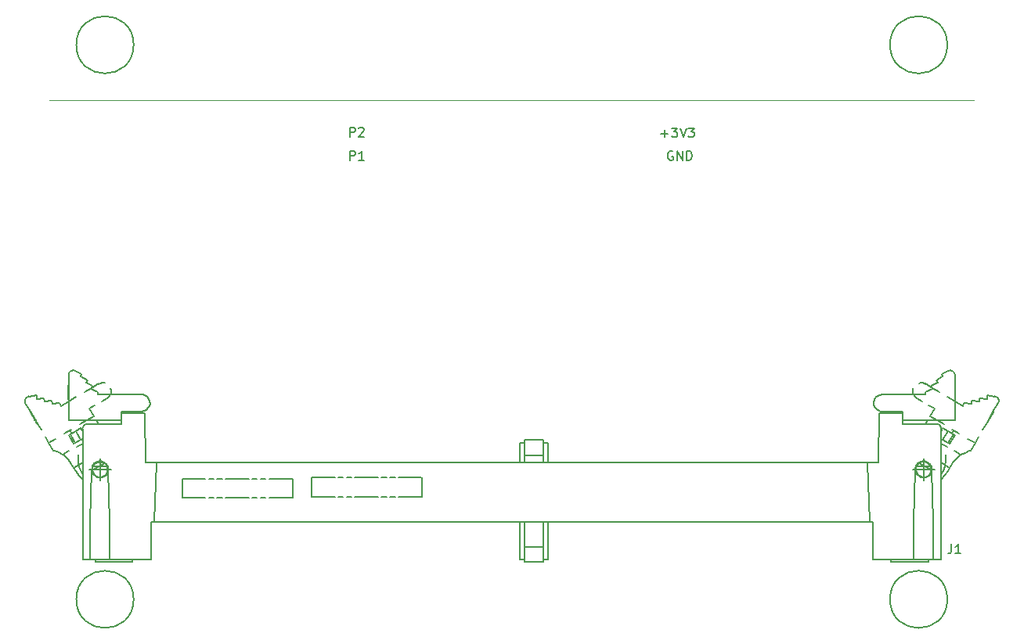
<source format=gbr>
G04 #@! TF.GenerationSoftware,KiCad,Pcbnew,5.0.2-bee76a0~70~ubuntu18.04.1*
G04 #@! TF.CreationDate,2020-07-02T17:28:08+02:00*
G04 #@! TF.ProjectId,ModulAdapter,4d6f6475-6c41-4646-9170-7465722e6b69,rev?*
G04 #@! TF.SameCoordinates,Original*
G04 #@! TF.FileFunction,Legend,Top*
G04 #@! TF.FilePolarity,Positive*
%FSLAX46Y46*%
G04 Gerber Fmt 4.6, Leading zero omitted, Abs format (unit mm)*
G04 Created by KiCad (PCBNEW 5.0.2-bee76a0~70~ubuntu18.04.1) date Do 02 Jul 2020 17:28:08 CEST*
%MOMM*%
%LPD*%
G01*
G04 APERTURE LIST*
%ADD10C,0.100000*%
%ADD11C,0.150000*%
G04 APERTURE END LIST*
D10*
X50000000Y-80000000D02*
X150000000Y-80000000D01*
D11*
G04 #@! TO.C,J1*
X143824978Y-119500400D02*
X143761378Y-119595600D01*
X144047398Y-119278320D02*
X143824978Y-119500400D01*
X145350108Y-119785940D02*
X145286508Y-119595580D01*
X145350108Y-120008040D02*
X145350108Y-119785940D01*
X144142718Y-119214830D02*
X144047418Y-119278330D01*
X144365138Y-119119630D02*
X144142718Y-119214830D01*
X144619328Y-119119630D02*
X144365138Y-119119630D01*
X144873508Y-119183130D02*
X144619328Y-119119630D01*
X145095928Y-119341770D02*
X144873508Y-119183130D01*
X145286568Y-119595580D02*
X145095928Y-119341770D01*
X145318338Y-120230150D02*
X145381938Y-120008060D01*
X145191248Y-120452240D02*
X145318338Y-120230150D01*
X144937058Y-120674330D02*
X145191248Y-120452240D01*
X144682868Y-120769530D02*
X144937058Y-120674330D01*
X144460458Y-120801230D02*
X144682868Y-120769530D01*
X144206268Y-120706030D02*
X144460458Y-120801230D01*
X143952078Y-120547390D02*
X144206268Y-120706030D01*
X143761438Y-120325300D02*
X143952078Y-120547390D01*
X143697838Y-120071490D02*
X143761438Y-120325300D01*
X143697838Y-119817680D02*
X143697838Y-120071490D01*
X143761438Y-119595580D02*
X143697838Y-119817680D01*
X145381888Y-120008040D02*
X144047398Y-119246590D01*
X53588427Y-115375870D02*
X53556677Y-115534500D01*
X53683747Y-115217230D02*
X53588427Y-115375870D01*
X53874388Y-115058600D02*
X53683747Y-115217230D01*
X54065028Y-115026900D02*
X53874388Y-115058600D01*
X56352744Y-120008020D02*
X56352716Y-119944580D01*
X56289174Y-120261830D02*
X56352744Y-120008020D01*
X56162075Y-120515650D02*
X56289174Y-120261830D01*
X55907893Y-120706010D02*
X56162075Y-120515650D01*
X55685473Y-120801210D02*
X55907893Y-120706010D01*
X55431291Y-120832910D02*
X55685473Y-120801210D01*
X55177101Y-120801210D02*
X55431291Y-120832910D01*
X54954689Y-120642570D02*
X55177101Y-120801210D01*
X54732270Y-120420480D02*
X54954689Y-120642570D01*
X54605179Y-120198400D02*
X54732270Y-120420480D01*
X54605222Y-119944640D02*
X54605179Y-120198400D01*
X54605222Y-119881140D02*
X54605222Y-119944640D01*
X54636972Y-119627330D02*
X54605222Y-119881140D01*
X54764070Y-119373520D02*
X54636972Y-119627330D01*
X55018253Y-119183150D02*
X54764070Y-119373520D01*
X55272443Y-119087950D02*
X55018253Y-119183150D01*
X55494854Y-119056250D02*
X55272443Y-119087950D01*
X55749044Y-119087950D02*
X55494854Y-119056250D01*
X56003234Y-119246590D02*
X55749044Y-119087950D01*
X56225646Y-119468680D02*
X56003234Y-119246590D01*
X56320966Y-119690760D02*
X56225646Y-119468680D01*
X56352716Y-119944580D02*
X56320966Y-119690760D01*
X146080868Y-115058620D02*
X145922008Y-115026920D01*
X146271508Y-115153820D02*
X146080868Y-115058620D01*
X146398608Y-115344180D02*
X146271508Y-115153820D01*
X146430408Y-115534540D02*
X146398608Y-115344180D01*
X145413718Y-120008020D02*
X145413658Y-119944580D01*
X145350118Y-120261830D02*
X145413718Y-120008020D01*
X145223028Y-120515650D02*
X145350118Y-120261830D01*
X144968838Y-120706010D02*
X145223028Y-120515650D01*
X144746418Y-120801210D02*
X144968838Y-120706010D01*
X144492228Y-120832910D02*
X144746418Y-120801210D01*
X144238038Y-120801210D02*
X144492228Y-120832910D01*
X144015628Y-120642570D02*
X144238038Y-120801210D01*
X143761438Y-120420480D02*
X144015628Y-120642570D01*
X143666138Y-120198400D02*
X143761438Y-120420480D01*
X143634388Y-119944640D02*
X143666138Y-120198400D01*
X143634388Y-119881140D02*
X143634388Y-119944640D01*
X143697988Y-119627330D02*
X143634388Y-119881140D01*
X143825078Y-119373520D02*
X143697988Y-119627330D01*
X144079268Y-119183150D02*
X143825078Y-119373520D01*
X144333458Y-119087950D02*
X144079268Y-119183150D01*
X144555868Y-119056250D02*
X144333458Y-119087950D01*
X144810058Y-119087950D02*
X144555868Y-119056250D01*
X145064248Y-119246590D02*
X144810058Y-119087950D01*
X145286658Y-119468680D02*
X145064248Y-119246590D01*
X145381958Y-119690760D02*
X145286658Y-119468680D01*
X145413658Y-119944580D02*
X145381958Y-119690760D01*
X137629158Y-125623700D02*
X137597458Y-125623700D01*
X138677688Y-125623700D02*
X139027198Y-125623700D01*
X137629158Y-125623700D02*
X137851578Y-125623700D01*
X137629158Y-125623700D02*
X137629158Y-125623700D01*
X138677688Y-125623700D02*
X137851578Y-125623700D01*
X138677688Y-125623700D02*
X138455278Y-119151410D01*
X137438518Y-125623700D02*
X137597388Y-125623700D01*
X137247878Y-125623700D02*
X137438518Y-125623700D01*
X137025468Y-125623700D02*
X137247878Y-125623700D01*
X136834828Y-125623700D02*
X137025468Y-125623700D01*
X136644188Y-125623700D02*
X136834828Y-125623700D01*
X136453548Y-125623700D02*
X136644188Y-125623700D01*
X136231138Y-125623700D02*
X136453548Y-125623700D01*
X136040498Y-125623700D02*
X136231138Y-125623700D01*
X135849858Y-125623700D02*
X136040498Y-125623700D01*
X135849858Y-125623700D02*
X135659218Y-125623700D01*
X146430408Y-115534540D02*
X146430408Y-129653020D01*
X143443698Y-125623700D02*
X143634338Y-119912860D01*
X145413658Y-119912860D02*
X145604298Y-125623700D01*
X60324397Y-113853010D02*
X57750749Y-113853010D01*
X60356168Y-119151410D02*
X61563561Y-119151410D01*
X54414539Y-125623700D02*
X54573408Y-119912860D01*
X101343908Y-129653020D02*
X100899076Y-129653020D01*
X101375678Y-129653020D02*
X101343908Y-129653020D01*
X103409178Y-129653020D02*
X103440948Y-129653020D01*
X100899076Y-125623700D02*
X100899076Y-129653020D01*
X101343905Y-129653020D02*
X101343905Y-125623700D01*
X56543356Y-129653020D02*
X60959869Y-129653020D01*
X54414539Y-129653020D02*
X53588427Y-129653020D01*
X54414539Y-129653020D02*
X56543356Y-129653020D01*
X54414539Y-129653020D02*
X54414539Y-125623700D01*
X56543356Y-125623700D02*
X56543356Y-129653020D01*
X53588427Y-129653020D02*
X53588427Y-115534540D01*
X60959869Y-125623700D02*
X60959869Y-129653020D01*
X56543356Y-125623700D02*
X56352716Y-119912860D01*
X143443698Y-129653020D02*
X145604298Y-129653020D01*
X143443698Y-129653020D02*
X139027198Y-129653020D01*
X143443698Y-129653020D02*
X143443698Y-125623700D01*
X139027198Y-125623700D02*
X139027198Y-129653020D01*
X54573408Y-115058640D02*
X54446310Y-115058640D01*
X55272421Y-115058640D02*
X54573408Y-115058640D01*
X55876114Y-115058640D02*
X57750749Y-115058640D01*
X54382768Y-115058640D02*
X54446338Y-115058640D01*
X54382768Y-115058640D02*
X54065028Y-115058640D01*
X61341150Y-125623700D02*
X61976614Y-125623700D01*
X61341150Y-125623700D02*
X61563561Y-119151410D01*
X63946569Y-125623700D02*
X64168980Y-125623700D01*
X63946569Y-125623700D02*
X63755928Y-125623700D01*
X64168980Y-125623700D02*
X93877147Y-125623700D01*
X63565288Y-125623700D02*
X63755928Y-125623700D01*
X63342876Y-125623700D02*
X63565288Y-125623700D01*
X63152236Y-125623700D02*
X63342876Y-125623700D01*
X62961595Y-125623700D02*
X62739176Y-125623700D01*
X62961595Y-125623700D02*
X63152236Y-125623700D01*
X62167254Y-125623700D02*
X61976614Y-125623700D01*
X62357895Y-125623700D02*
X62580314Y-125623700D01*
X62357895Y-125623700D02*
X62167254Y-125623700D01*
X62739176Y-125623700D02*
X62580314Y-125623700D01*
X145604298Y-129653020D02*
X146430408Y-129653020D01*
X61341150Y-125623700D02*
X60959869Y-125623700D01*
X145604298Y-125623700D02*
X145604298Y-129653020D01*
X135659218Y-125623700D02*
X106109920Y-125623700D01*
X145604298Y-115058640D02*
X145922028Y-115058640D01*
X142236318Y-115058640D02*
X144142718Y-115058640D01*
X135849858Y-119151410D02*
X106109920Y-119151410D01*
X139630888Y-119151410D02*
X139694488Y-113853010D01*
X138455278Y-119151410D02*
X137851578Y-119151410D01*
X138455278Y-119151410D02*
X139630888Y-119151410D01*
X137247878Y-119151410D02*
X137629158Y-119151410D01*
X136453548Y-119151410D02*
X136040498Y-119151410D01*
X137025468Y-119151410D02*
X136644188Y-119151410D01*
X137247878Y-119151410D02*
X137025468Y-119151410D01*
X137629158Y-119151410D02*
X137851578Y-119151410D01*
X136453548Y-119151410D02*
X136644188Y-119151410D01*
X135849858Y-119151410D02*
X136040498Y-119151410D01*
X57750749Y-114646180D02*
X57750749Y-113853010D01*
X55876114Y-115058640D02*
X55272421Y-115058640D01*
X57750749Y-115058640D02*
X57750749Y-114646180D01*
X64168980Y-119151410D02*
X98706710Y-119151410D01*
X63342876Y-119151410D02*
X62961595Y-119151410D01*
X63565288Y-119151410D02*
X63946569Y-119151410D01*
X61563561Y-119151410D02*
X62167254Y-119151410D01*
X60356168Y-119151410D02*
X60324418Y-113853010D01*
X62357895Y-119151410D02*
X62739176Y-119151410D01*
X62357895Y-119151410D02*
X62167254Y-119151410D01*
X62961595Y-119151410D02*
X62739176Y-119151410D01*
X101343905Y-117089160D02*
X101375675Y-117089160D01*
X63565288Y-119151410D02*
X63342876Y-119151410D01*
X64168980Y-119151410D02*
X63946569Y-119151410D01*
X103440951Y-117089160D02*
X103885779Y-117089160D01*
X103440951Y-117089160D02*
X103409181Y-117089160D01*
X103885779Y-119151410D02*
X103885779Y-117089160D01*
X103440951Y-117089160D02*
X103440951Y-119151410D01*
X101343905Y-117089160D02*
X100899076Y-117089160D01*
X104680115Y-119151410D02*
X104298834Y-119151410D01*
X104902529Y-119151410D02*
X105283810Y-119151410D01*
X104076420Y-119151410D02*
X100708436Y-119151410D01*
X104298834Y-119151410D02*
X104076420Y-119151410D01*
X104680115Y-119151410D02*
X104902529Y-119151410D01*
X101343905Y-117089160D02*
X101343905Y-119151410D01*
X100899076Y-119151410D02*
X100899076Y-117089160D01*
X105887505Y-119151410D02*
X105506224Y-119151410D01*
X105887505Y-119151410D02*
X106109920Y-119151410D01*
X105283810Y-119151410D02*
X105506224Y-119151410D01*
X100104741Y-119151410D02*
X100517795Y-119151410D01*
X99914100Y-119151410D02*
X99501045Y-119151410D01*
X100517795Y-119151410D02*
X100708436Y-119151410D01*
X99914100Y-119151410D02*
X100104741Y-119151410D01*
X98897350Y-119151410D02*
X99310405Y-119151410D01*
X98897350Y-119151410D02*
X98706710Y-119151410D01*
X99310405Y-119151410D02*
X99501045Y-119151410D01*
X94512616Y-125623700D02*
X94321976Y-125623700D01*
X98897350Y-125623700D02*
X98706710Y-125623700D01*
X100104741Y-125623700D02*
X99914100Y-125623700D01*
X100104741Y-125623700D02*
X100295381Y-125623700D01*
X99310405Y-125623700D02*
X99501045Y-125623700D01*
X99310405Y-125623700D02*
X98897350Y-125623700D01*
X99914100Y-125623700D02*
X99501045Y-125623700D01*
X100295381Y-125623700D02*
X100517795Y-125623700D01*
X95656460Y-125623700D02*
X95529366Y-125623700D01*
X95656460Y-125623700D02*
X98706710Y-125623700D01*
X95116311Y-125623700D02*
X95529366Y-125623700D01*
X94925671Y-125623700D02*
X95116311Y-125623700D01*
X94512616Y-125623700D02*
X94925671Y-125623700D01*
X93908921Y-125623700D02*
X93877151Y-125623700D01*
X94321976Y-125623700D02*
X93908921Y-125623700D01*
X100708436Y-125623700D02*
X100517795Y-125623700D01*
X103885779Y-125623700D02*
X100708436Y-125623700D01*
X104680115Y-125623700D02*
X104902529Y-125623700D01*
X104680115Y-125623700D02*
X104489475Y-125623700D01*
X54541630Y-111124500D02*
X55335971Y-110680320D01*
X53588427Y-115851810D02*
X53366015Y-115502810D01*
X53270695Y-115058640D02*
X54033257Y-114646180D01*
X51586701Y-116073890D02*
X52349263Y-115629720D01*
X52571682Y-109220910D02*
X52381042Y-109252610D01*
X52762323Y-109252610D02*
X52571682Y-109220910D01*
X52444583Y-116042170D02*
X52190401Y-115756630D01*
X53429543Y-120198400D02*
X53588405Y-120452210D01*
X53207124Y-119722490D02*
X53429543Y-120198400D01*
X53111804Y-119278320D02*
X53207124Y-119722490D01*
X53080054Y-118802410D02*
X53111804Y-119278320D01*
X54636930Y-119817680D02*
X54636930Y-120039760D01*
X54700500Y-119595580D02*
X54636930Y-119817680D01*
X56066755Y-119341770D02*
X55971435Y-119278270D01*
X56257395Y-119595580D02*
X56066755Y-119341770D01*
X67759381Y-122990370D02*
X67251009Y-122990370D01*
X68712584Y-122990370D02*
X68140662Y-122990370D01*
X52031531Y-111632130D02*
X52063281Y-111632130D01*
X52063302Y-111695580D02*
X52031552Y-111695580D01*
X52031531Y-111727310D02*
X52063281Y-111727310D01*
X52031531Y-111632130D02*
X52031531Y-111695630D01*
X52031531Y-111568670D02*
X52031531Y-111441770D01*
X52031531Y-111727310D02*
X52031531Y-111695610D01*
X52031531Y-111727310D02*
X52031531Y-111759010D01*
X52031531Y-111632130D02*
X52031531Y-111568630D01*
X48504659Y-114646180D02*
X48536430Y-114741380D01*
X48472909Y-114646180D02*
X48504659Y-114646180D01*
X48472909Y-114646180D02*
X48409339Y-114582680D01*
X49457883Y-112583980D02*
X49426133Y-112234940D01*
X50252216Y-112520480D02*
X49457883Y-112583980D01*
X50379315Y-117914060D02*
X50538177Y-117945760D01*
X90254976Y-122926910D02*
X87744875Y-122926910D01*
X72843128Y-120928110D02*
X73383279Y-120928110D01*
X71921703Y-120928110D02*
X72461847Y-120928110D01*
X52031531Y-111251410D02*
X52063281Y-111251410D01*
X52063302Y-111283130D02*
X52031552Y-111283130D01*
X52031531Y-111346590D02*
X52063281Y-111346590D01*
X52031531Y-111251410D02*
X52031531Y-111283110D01*
X52031531Y-111251410D02*
X52031531Y-111219710D01*
X52031531Y-111346590D02*
X52031531Y-111283090D01*
X67251009Y-120928110D02*
X67759381Y-120928110D01*
X64359621Y-120928110D02*
X66869727Y-120928110D01*
X143824978Y-119500400D02*
X143761378Y-119595600D01*
X144047398Y-119278320D02*
X143824978Y-119500400D01*
X145350108Y-119785940D02*
X145286508Y-119595580D01*
X145350108Y-120008040D02*
X145350108Y-119785940D01*
X144142718Y-119214830D02*
X144047418Y-119278330D01*
X144365138Y-119119630D02*
X144142718Y-119214830D01*
X147764848Y-109347790D02*
X147574208Y-109252590D01*
X147891938Y-109538150D02*
X147764848Y-109347790D01*
X147955538Y-109728510D02*
X147891938Y-109538150D01*
X147796668Y-115756630D02*
X147574248Y-116042170D01*
X146938758Y-119056230D02*
X146938758Y-118802410D01*
X146843458Y-119500400D02*
X146938758Y-119056230D01*
X144937058Y-120674330D02*
X145191248Y-120452240D01*
X144682868Y-120769530D02*
X144937058Y-120674330D01*
X144460458Y-120801230D02*
X144682868Y-120769530D01*
X144206268Y-120706030D02*
X144460458Y-120801230D01*
X143952078Y-120547390D02*
X144206268Y-120706030D01*
X143761438Y-120325300D02*
X143952078Y-120547390D01*
X53175375Y-120610850D02*
X53588427Y-121023290D01*
X52825865Y-120134940D02*
X53175375Y-120610850D01*
X56448036Y-112044580D02*
X56575135Y-111854210D01*
X50983008Y-118104420D02*
X50538177Y-117945780D01*
X51427839Y-118358210D02*
X50983008Y-118104420D01*
X51554930Y-118453410D02*
X51427839Y-118358210D01*
X52031531Y-118865870D02*
X51554930Y-118453410D01*
X52349263Y-119341770D02*
X52031531Y-118865870D01*
X56225624Y-112234940D02*
X56448036Y-112044580D01*
X55494833Y-110616840D02*
X55335971Y-110712060D01*
X55749023Y-110585140D02*
X55494833Y-110616840D01*
X55971463Y-110585140D02*
X55749023Y-110585140D01*
X48123378Y-113979950D02*
X48059829Y-113884720D01*
X48091628Y-114011650D02*
X48123378Y-113979950D01*
X48059850Y-113884740D02*
X48028100Y-113916440D01*
X145318338Y-110902410D02*
X146049128Y-110553420D01*
X145953808Y-114646180D02*
X142236318Y-114646180D01*
X143411928Y-111854210D02*
X144746418Y-111854210D01*
X143411928Y-111854210D02*
X140043948Y-111854210D01*
X145445428Y-111124500D02*
X145318338Y-110902410D01*
X52063302Y-111568630D02*
X52063302Y-111441770D01*
X52063302Y-111632080D02*
X52063302Y-111568630D01*
X52063302Y-111695610D02*
X52063302Y-111632080D01*
X52063302Y-111727330D02*
X52063302Y-111695610D01*
X52063302Y-111759030D02*
X52063302Y-111727330D01*
X52063302Y-111854210D02*
X52063302Y-111981130D01*
X52063302Y-111854210D02*
X52063302Y-111759010D01*
X52063302Y-112076260D02*
X52063302Y-111981110D01*
X52063302Y-112139760D02*
X52063302Y-112076260D01*
X147923758Y-112330120D02*
X147955558Y-112330120D01*
X147828438Y-115724900D02*
X147796638Y-115756600D01*
X52857643Y-115788350D02*
X52253943Y-116137350D01*
X52794094Y-117089160D02*
X53397786Y-116771890D01*
X146621048Y-115502810D02*
X146430408Y-115851810D01*
X145445428Y-111124500D02*
X144682868Y-110680320D01*
X144682868Y-115058640D02*
X144937058Y-114646180D01*
X55463062Y-121118470D02*
X55463062Y-118770690D01*
X49870935Y-117057430D02*
X50665276Y-116613250D01*
X49870935Y-117057430D02*
X50379315Y-117914060D01*
X54319218Y-113345380D02*
X54922911Y-112996380D01*
X54319218Y-113345380D02*
X54827591Y-114202010D01*
X48345810Y-114487550D02*
X48314060Y-114392350D01*
X48472909Y-114646180D02*
X48536479Y-114741380D01*
X48441131Y-114551000D02*
X48409381Y-114582700D01*
X73383279Y-122990370D02*
X72843128Y-122990370D01*
X76274659Y-122990370D02*
X73764560Y-122990370D01*
X48536451Y-114741360D02*
X48568201Y-114836560D01*
X48441131Y-114551000D02*
X48504701Y-114646200D01*
X47996308Y-113757830D02*
X47964558Y-113726130D01*
X52063302Y-110870680D02*
X52031552Y-110870680D01*
X52031531Y-110902410D02*
X52063281Y-110902410D01*
X52063302Y-110997590D02*
X52031552Y-110997590D01*
X52031531Y-110807230D02*
X52063281Y-110807230D01*
X52063302Y-111092770D02*
X52031552Y-111092770D01*
X52031531Y-111759030D02*
X52063281Y-111759030D01*
X52063302Y-111854210D02*
X52031552Y-111854210D01*
X52031531Y-111981130D02*
X52063281Y-111981130D01*
X69062094Y-120928110D02*
X71540422Y-120928110D01*
X68140662Y-120928110D02*
X68712584Y-120928110D01*
X52794094Y-117089160D02*
X52253943Y-116137350D01*
X52857643Y-115788350D02*
X53397786Y-116771890D01*
X50283995Y-112869500D02*
X50252245Y-112520480D01*
X51078328Y-112774300D02*
X50283995Y-112869500D01*
X51237198Y-113059840D02*
X51078328Y-112774300D01*
X52031531Y-110997590D02*
X52031531Y-110902390D01*
X52031531Y-112076310D02*
X52063281Y-112076310D01*
X52063302Y-112139760D02*
X52031552Y-112139760D01*
X52031531Y-112234940D02*
X52063281Y-112234940D01*
X52063302Y-112266670D02*
X52031552Y-112266670D01*
X52031531Y-112330120D02*
X52063281Y-112330120D01*
X52063302Y-111219680D02*
X52031552Y-111219680D01*
X142236318Y-114646180D02*
X142236318Y-113853010D01*
X142236318Y-115058640D02*
X142236318Y-114646180D01*
X52063302Y-110902390D02*
X52063302Y-110870710D01*
X52063302Y-110997570D02*
X52063302Y-110902390D01*
X52063302Y-111092770D02*
X52063302Y-110997570D01*
X52063302Y-111283130D02*
X52063302Y-111346630D01*
X52063302Y-110807230D02*
X52063302Y-109728510D01*
X52063302Y-112552210D02*
X52063302Y-114646180D01*
X54668729Y-110902410D02*
X53937937Y-110553420D01*
X54541630Y-111124500D02*
X54668729Y-110902410D01*
X54033257Y-114646180D02*
X52063302Y-114646180D01*
X52063302Y-112552210D02*
X52857643Y-112108030D01*
X47964529Y-113726110D02*
X47392607Y-112774300D01*
X48250490Y-114202010D02*
X48218740Y-114233710D01*
X56638677Y-119912860D02*
X54287447Y-119912860D01*
X144523998Y-121118470D02*
X144523998Y-118770690D01*
X143348378Y-119912860D02*
X145699618Y-119912860D01*
X52158623Y-115724900D02*
X52190373Y-115756600D01*
X76274659Y-120928110D02*
X76274659Y-122990370D01*
X73764560Y-120928110D02*
X76274659Y-120928110D01*
X47360836Y-112583940D02*
X47392586Y-112774300D01*
X47360837Y-112425300D02*
X47360836Y-112583940D01*
X47456157Y-112234940D02*
X47360837Y-112425300D01*
X47615026Y-112076350D02*
X47456157Y-112234940D01*
X47805667Y-112012850D02*
X47615026Y-112076350D01*
X87395367Y-122926910D02*
X86823445Y-122926910D01*
X82692899Y-122926910D02*
X82120977Y-122926910D01*
X86473937Y-122926910D02*
X85902016Y-122926910D01*
X53588427Y-116644980D02*
X53397786Y-116771890D01*
X147955538Y-110807230D02*
X147923738Y-110807230D01*
X56003213Y-110585140D02*
X55971463Y-110585140D01*
X56670427Y-111378310D02*
X56606885Y-111187950D01*
X56638705Y-111632130D02*
X56670427Y-111378310D01*
X56575135Y-111854210D02*
X56638705Y-111632130D01*
X52031531Y-112234940D02*
X52031531Y-112266640D01*
X52031531Y-112139760D02*
X52031531Y-112076260D01*
X52031531Y-112266670D02*
X52031531Y-112330170D01*
X52031531Y-112076310D02*
X52031531Y-111981110D01*
X52031531Y-112139760D02*
X52031531Y-112234960D01*
X52031531Y-111441790D02*
X52063281Y-111441770D01*
X52031531Y-111346590D02*
X52031531Y-111441790D01*
X52031531Y-110838960D02*
X52063281Y-110838960D01*
X52126852Y-117945780D02*
X51427839Y-118358230D01*
X53588427Y-117120880D02*
X52921185Y-117501600D01*
X48631751Y-114963400D02*
X48695341Y-114963460D01*
X48695321Y-115026940D02*
X48631751Y-114963400D01*
X48695321Y-115058640D02*
X48695321Y-115026940D01*
X52635224Y-117184360D02*
X52063302Y-116264250D01*
X52794094Y-117089160D02*
X52635224Y-117184360D01*
X54033257Y-114646180D02*
X57750749Y-114646180D01*
X55240650Y-111854210D02*
X55240650Y-111536950D01*
X56575135Y-111854210D02*
X55240650Y-111854210D01*
X57750749Y-113662650D02*
X59943116Y-113662650D01*
X54096807Y-110267870D02*
X53937937Y-110553420D01*
X54096807Y-110267870D02*
X53366015Y-109918870D01*
X54509859Y-111219680D02*
X55240650Y-111536950D01*
X52063302Y-111568670D02*
X52031552Y-111568670D01*
X144746418Y-115058640D02*
X144142718Y-115058640D01*
X145413658Y-115058640D02*
X144746418Y-115058640D01*
X145540748Y-115058640D02*
X145604348Y-115058640D01*
X142236318Y-113853010D02*
X139694438Y-113853010D01*
X142236318Y-114646180D02*
X142236318Y-113853010D01*
X142236318Y-115058640D02*
X142236318Y-114646180D01*
X137629158Y-125623700D02*
X137851578Y-125623700D01*
X137025468Y-125623700D02*
X137247878Y-125623700D01*
X136453548Y-125623700D02*
X136644188Y-125623700D01*
X136040498Y-125623700D02*
X135849858Y-125623700D01*
X64168980Y-125623700D02*
X63946569Y-125623700D01*
X63565288Y-125623700D02*
X63342876Y-125623700D01*
X62739176Y-125623700D02*
X62961595Y-125623700D01*
X48186948Y-114106830D02*
X48186948Y-114106830D01*
X48218698Y-114138530D02*
X48186969Y-114138550D01*
X48186920Y-114106830D02*
X48218698Y-114138530D01*
X71540422Y-122990370D02*
X69062094Y-122990370D01*
X72461847Y-122990370D02*
X71921703Y-122990370D01*
X52063302Y-112266670D02*
X52063302Y-112234970D01*
X52063302Y-112266670D02*
X52063302Y-112330170D01*
X52063302Y-112139760D02*
X52063302Y-112234960D01*
X52063302Y-111251430D02*
X52063302Y-111219710D01*
X52063302Y-111283130D02*
X52063302Y-111251430D01*
X52063302Y-111346590D02*
X52063302Y-111441790D01*
X52063302Y-111092770D02*
X52063302Y-111219680D01*
X52063302Y-110838960D02*
X52063302Y-110870660D01*
X52063302Y-110838960D02*
X52063302Y-110807260D01*
X151387068Y-111949400D02*
X151387068Y-112298390D01*
X151387068Y-111949400D02*
X152213168Y-112044600D01*
X152022508Y-113726130D02*
X151291748Y-115026900D01*
X152054308Y-113757830D02*
X152022508Y-113726130D01*
X52063302Y-112552210D02*
X51237198Y-113059840D01*
X54033257Y-114646180D02*
X54827591Y-114202010D01*
X47996308Y-113821290D02*
X48028058Y-113916490D01*
X48059850Y-113884740D02*
X48028100Y-113821240D01*
X48028079Y-113916470D02*
X48091649Y-114011670D01*
X48409360Y-114519280D02*
X48409360Y-114519280D01*
X48314039Y-114392370D02*
X48345789Y-114392370D01*
X48345810Y-114487550D02*
X48377560Y-114487550D01*
X49108373Y-115661450D02*
X48727092Y-115026900D01*
X49870935Y-117057430D02*
X49521433Y-116422890D01*
X55590174Y-120769530D02*
X55844364Y-120706030D01*
X55335991Y-120769530D02*
X55590174Y-120769530D01*
X55081801Y-120706030D02*
X55335991Y-120769530D01*
X54859390Y-120515670D02*
X55081801Y-120706030D01*
X54700520Y-120261850D02*
X54859390Y-120515670D01*
X54636950Y-120008040D02*
X54700520Y-120261850D01*
X60070257Y-111854110D02*
X59943166Y-111854110D01*
X60324447Y-111917610D02*
X60070257Y-111854110D01*
X60546858Y-112076240D02*
X60324447Y-111917610D01*
X52603453Y-119754220D02*
X52825865Y-120134940D01*
X53588427Y-119183130D02*
X52603453Y-119754220D01*
X53779067Y-111568670D02*
X54541630Y-111124500D01*
X62167254Y-125623700D02*
X62357895Y-125623700D01*
X100517795Y-125623700D02*
X100708436Y-125623700D01*
X100104741Y-125623700D02*
X99914100Y-125623700D01*
X98706710Y-125623700D02*
X98897350Y-125623700D01*
X99501045Y-125623700D02*
X99310405Y-125623700D01*
X105887505Y-125623700D02*
X106109920Y-125623700D01*
X104902529Y-125623700D02*
X104680115Y-125623700D01*
X105506224Y-125623700D02*
X105283810Y-125623700D01*
X104298834Y-125623700D02*
X104076420Y-125623700D01*
X52095081Y-109538170D02*
X52063331Y-109728530D01*
X52222172Y-109347810D02*
X52095081Y-109538170D01*
X52381042Y-109252610D02*
X52222172Y-109347810D01*
X144746418Y-111854210D02*
X144746418Y-111536950D01*
X145540748Y-115058640D02*
X145604348Y-115058640D01*
X53366015Y-115502810D02*
X52857643Y-115788350D01*
X55653703Y-112583940D02*
X56225624Y-112234940D01*
X64359621Y-122990370D02*
X64359621Y-120928110D01*
X66869727Y-122990370D02*
X64391400Y-122990370D01*
X54764049Y-119500400D02*
X54700479Y-119595600D01*
X54986460Y-119278320D02*
X54764049Y-119500400D01*
X55240650Y-119151410D02*
X54986460Y-119278320D01*
X55463062Y-119087910D02*
X55240650Y-119151410D01*
X55717252Y-119151410D02*
X55463062Y-119087910D01*
X55971434Y-119278320D02*
X55717252Y-119151410D01*
X56289166Y-119785940D02*
X56225596Y-119595580D01*
X56289166Y-120039760D02*
X56289166Y-119785940D01*
X56257416Y-120293580D02*
X56289166Y-120039760D01*
X56066775Y-120515670D02*
X56257416Y-120293580D01*
X55844364Y-120706030D02*
X56066775Y-120515670D01*
X47996308Y-113789550D02*
X48028058Y-113821250D01*
X47996308Y-113757830D02*
X47932738Y-113757830D01*
X47996308Y-113821290D02*
X48028058Y-113821290D01*
X147701348Y-119214860D02*
X147637748Y-119341770D01*
X148082628Y-118738960D02*
X147701348Y-119214860D01*
X148559228Y-118358230D02*
X148082628Y-118738960D01*
X143602568Y-112108030D02*
X143793208Y-112234940D01*
X143443698Y-111854210D02*
X143602568Y-112108030D01*
X52031531Y-111854230D02*
X52031531Y-111981130D01*
X52031531Y-111759030D02*
X52031531Y-111854230D01*
X52031531Y-110838960D02*
X52031531Y-110870660D01*
X52031531Y-110838960D02*
X52031531Y-110807260D01*
X52031531Y-110902410D02*
X52031531Y-110870710D01*
X52031531Y-111092770D02*
X52031531Y-110997570D01*
X52031531Y-111092770D02*
X52031531Y-111219680D01*
X54573408Y-115058640D02*
X54446310Y-115058640D01*
X54573408Y-115058640D02*
X55272421Y-115058640D01*
X54382768Y-115058640D02*
X54446338Y-115058640D01*
X53080054Y-118358230D02*
X53080054Y-118802410D01*
X53493107Y-109601610D02*
X52794094Y-109252610D01*
X56257395Y-119595580D02*
X54700500Y-119595580D01*
X47996308Y-113789530D02*
X47964558Y-113789550D01*
X47996308Y-113757830D02*
X47996308Y-113789530D01*
X47996308Y-113821290D02*
X47964558Y-113789590D01*
X105093170Y-125623700D02*
X104902529Y-125623700D01*
X105887505Y-125623700D02*
X106109920Y-125623700D01*
X105506224Y-125623700D02*
X105283810Y-125623700D01*
X105696865Y-125623700D02*
X105506224Y-125623700D01*
X105696865Y-125623700D02*
X105887505Y-125623700D01*
X105093170Y-125623700D02*
X105283810Y-125623700D01*
X103440951Y-125623700D02*
X103440951Y-129653020D01*
X104076420Y-125623700D02*
X103885779Y-125623700D01*
X104298834Y-125623700D02*
X104489475Y-125623700D01*
X104076420Y-125623700D02*
X104298834Y-125623700D01*
X103885779Y-129653020D02*
X103885779Y-125623700D01*
X103885779Y-129653020D02*
X103440951Y-129653020D01*
X145413658Y-115058640D02*
X145540748Y-115058640D01*
X141028918Y-129970290D02*
X145032378Y-129970290D01*
X54954689Y-129653020D02*
X54954689Y-129970290D01*
X58958142Y-129970290D02*
X58958142Y-129653020D01*
X54954689Y-129970290D02*
X58958142Y-129970290D01*
X147383568Y-109220890D02*
X147224698Y-109252590D01*
X147574208Y-109252590D02*
X147383568Y-109220890D01*
X145477208Y-111219680D02*
X145445408Y-111124480D01*
X144142718Y-115058640D02*
X144746418Y-115058640D01*
X147923758Y-112552210D02*
X147923758Y-112330120D01*
X145413658Y-115058640D02*
X145540748Y-115058640D01*
X146716368Y-119976310D02*
X146843458Y-119500400D01*
X146430408Y-120452210D02*
X146716368Y-119976310D01*
X139916808Y-113662640D02*
X140043898Y-113662640D01*
X139694388Y-113567440D02*
X139916808Y-113662640D01*
X139440208Y-113408800D02*
X139694388Y-113567440D01*
X139249568Y-113186710D02*
X139440208Y-113408800D01*
X78371713Y-122926910D02*
X78371713Y-120769480D01*
X146875228Y-120547390D02*
X147161198Y-120134940D01*
X146430408Y-121023290D02*
X146875228Y-120547390D01*
X143380078Y-111695580D02*
X143443758Y-111854210D01*
X143348358Y-111441770D02*
X143380078Y-111695580D01*
X143380158Y-111219720D02*
X143348358Y-111441770D01*
X143697838Y-120071490D02*
X143761438Y-120325300D01*
X143697838Y-119817680D02*
X143697838Y-120071490D01*
X143761438Y-119595580D02*
X143697838Y-119817680D01*
X147955538Y-112330120D02*
X147955538Y-110807230D01*
X145953808Y-114646180D02*
X147923758Y-114646180D01*
X144619328Y-119119630D02*
X144365138Y-119119630D01*
X144873508Y-119183130D02*
X144619328Y-119119630D01*
X145095928Y-119341770D02*
X144873508Y-119183130D01*
X145286568Y-119595580D02*
X145095928Y-119341770D01*
X145318338Y-120230150D02*
X145381938Y-120008060D01*
X145191248Y-120452240D02*
X145318338Y-120230150D01*
X85552508Y-122926910D02*
X83042407Y-122926910D01*
X80850040Y-122926910D02*
X78371713Y-122926910D01*
X81771469Y-122926910D02*
X81231321Y-122926910D01*
X99501045Y-119151410D02*
X99310405Y-119151410D01*
X100104741Y-119151410D02*
X99914100Y-119151410D01*
X103409178Y-116771890D02*
X103409178Y-117089160D01*
X101375678Y-117089160D02*
X101375678Y-116771890D01*
X103409178Y-117089160D02*
X103409178Y-118421690D01*
X146049128Y-110553420D02*
X145922028Y-110267870D01*
X136040498Y-119151410D02*
X135849858Y-119151410D01*
X137629158Y-119151410D02*
X137851578Y-119151410D01*
X137025468Y-119151410D02*
X137247878Y-119151410D01*
X136453548Y-119151410D02*
X136644188Y-119151410D01*
X150560958Y-112583940D02*
X150560958Y-112234940D01*
X149448878Y-117945780D02*
X149607748Y-117914080D01*
X146716368Y-115058640D02*
X145953808Y-114646180D01*
X148400358Y-116073890D02*
X147637798Y-115629720D01*
X142236318Y-113853010D02*
X142236318Y-113662650D01*
X144746418Y-115058640D02*
X145413658Y-115058640D01*
X48345810Y-114487550D02*
X48377560Y-114455850D01*
X48377589Y-114487550D02*
X48409339Y-114519250D01*
X48377589Y-114487550D02*
X48409339Y-114487550D01*
X48282240Y-114265490D02*
X48345839Y-114392370D01*
X48250490Y-114297190D02*
X48282240Y-114265490D01*
X48250469Y-114297230D02*
X48314060Y-114392390D01*
X48218719Y-114233730D02*
X48186969Y-114138530D01*
X48409360Y-114519280D02*
X48441110Y-114550980D01*
X48409360Y-114519280D02*
X48409360Y-114487580D01*
X146938778Y-118358230D02*
X146938778Y-118802410D01*
X145922028Y-110267870D02*
X146621048Y-109918870D01*
X142236318Y-113662650D02*
X140043948Y-113662650D01*
X145286568Y-119595580D02*
X143761438Y-119595580D01*
X145477208Y-111219680D02*
X144746418Y-111536950D01*
X86823445Y-120769480D02*
X87395367Y-120769480D01*
X85902016Y-120769480D02*
X86473937Y-120769480D01*
X147383608Y-119754220D02*
X146430408Y-119183130D01*
X147383608Y-119754220D02*
X147637798Y-119341770D01*
X147383608Y-119754220D02*
X147161198Y-120134940D01*
X147192968Y-117089160D02*
X147383608Y-117184360D01*
X83042407Y-120769480D02*
X85552508Y-120769480D01*
X82120977Y-120769480D02*
X82692899Y-120769480D01*
X53366015Y-109918870D02*
X53493107Y-109601610D01*
X54636930Y-119817680D02*
X54636930Y-120039760D01*
X54700500Y-119595580D02*
X54636930Y-119817680D01*
X56066755Y-119341770D02*
X55971435Y-119278270D01*
X56257395Y-119595580D02*
X56066755Y-119341770D01*
X54764049Y-119500400D02*
X54700479Y-119595600D01*
X54986460Y-119278320D02*
X54764049Y-119500400D01*
X147764898Y-116137350D02*
X147161198Y-115788350D01*
X147383608Y-117184340D02*
X147923758Y-116264250D01*
X147764898Y-116137350D02*
X147192968Y-117089160D01*
X147764898Y-116137350D02*
X147923758Y-116264250D01*
X146493948Y-109601610D02*
X146621048Y-109918870D01*
X146493948Y-109601610D02*
X147192968Y-109252610D01*
X147923758Y-112552210D02*
X147923758Y-114646180D01*
X147923758Y-110807230D02*
X147923758Y-112330120D01*
X147923758Y-110807230D02*
X147923758Y-109728510D01*
X152657998Y-112393570D02*
X152530908Y-112203210D01*
X152658048Y-112583940D02*
X152657998Y-112393570D01*
X152594448Y-112774300D02*
X152658048Y-112583940D01*
X149004058Y-118136150D02*
X148527458Y-118358230D01*
X149448878Y-117945780D02*
X149004058Y-118136150D01*
X56066775Y-120515670D02*
X56257416Y-120293580D01*
X55844364Y-120706030D02*
X56066775Y-120515670D01*
X55590174Y-120769530D02*
X55844364Y-120706030D01*
X55335991Y-120769530D02*
X55590174Y-120769530D01*
X55081801Y-120706030D02*
X55335991Y-120769530D01*
X54859390Y-120515670D02*
X55081801Y-120706030D01*
X54700520Y-120261850D02*
X54859390Y-120515670D01*
X63946569Y-119151410D02*
X64168980Y-119151410D01*
X63342876Y-119151410D02*
X63565288Y-119151410D01*
X62739176Y-119151410D02*
X62961595Y-119151410D01*
X62357895Y-119151410D02*
X62167254Y-119151410D01*
X105887505Y-119151410D02*
X106109920Y-119151410D01*
X55240650Y-119151410D02*
X54986460Y-119278320D01*
X55463062Y-119087910D02*
X55240650Y-119151410D01*
X55717252Y-119151410D02*
X55463062Y-119087910D01*
X55971434Y-119278320D02*
X55717252Y-119151410D01*
X56289166Y-119785940D02*
X56225596Y-119595580D01*
X56289166Y-120039760D02*
X56289166Y-119785940D01*
X56257416Y-120293580D02*
X56289166Y-120039760D01*
X144365138Y-112583940D02*
X143761438Y-112234940D01*
X145699618Y-113345380D02*
X145095928Y-112996380D01*
X147161198Y-115788350D02*
X146621048Y-115502810D01*
X146589268Y-116771890D02*
X147161198Y-115788350D01*
X146430408Y-116644980D02*
X146589268Y-116771890D01*
X57750749Y-113853010D02*
X57750749Y-114646180D01*
X57750749Y-113853010D02*
X57750749Y-113662650D01*
X55876114Y-115058640D02*
X55272421Y-115058640D01*
X57750749Y-114646180D02*
X57750749Y-115058640D01*
X56575135Y-111854210D02*
X59943116Y-111854210D01*
X54541630Y-111124500D02*
X54509880Y-111219700D01*
X101375678Y-129970290D02*
X101375678Y-128320490D01*
X103409178Y-128320490D02*
X103409178Y-129970290D01*
X101375678Y-128320490D02*
X103409178Y-128320490D01*
X103409178Y-129970290D02*
X101375678Y-129970290D01*
X141028918Y-129653020D02*
X141028918Y-129970290D01*
X145032378Y-129970290D02*
X145032378Y-129653020D01*
X48536451Y-114741360D02*
X48536451Y-114741360D01*
X48600000Y-114836540D02*
X48568250Y-114836540D01*
X48600000Y-114836540D02*
X48631750Y-114900040D01*
X143380158Y-111156220D02*
X143380158Y-111219720D01*
X144206268Y-110585140D02*
X144015628Y-110616840D01*
X144460458Y-110585140D02*
X144206268Y-110585140D01*
X144682868Y-110712040D02*
X144460458Y-110585140D01*
X151291748Y-115026900D02*
X150910468Y-115661450D01*
X150560958Y-112583940D02*
X149734838Y-112520440D01*
X151291748Y-115026900D02*
X151291748Y-115058600D01*
X148908738Y-112774300D02*
X149734838Y-112869500D01*
X48695321Y-114995180D02*
X48695321Y-114963480D01*
X48727092Y-115026900D02*
X48695342Y-115058600D01*
X48218719Y-114233730D02*
X48250469Y-114297230D01*
X48282269Y-114265460D02*
X48250519Y-114201960D01*
X48536451Y-114741360D02*
X48600021Y-114836560D01*
X78371713Y-120769480D02*
X80850040Y-120769480D01*
X47932758Y-113757830D02*
X47964508Y-113726130D01*
X47932758Y-113757830D02*
X47964508Y-113789530D01*
X48600000Y-111949400D02*
X47805667Y-112044600D01*
X48218719Y-114138550D02*
X48250469Y-114202050D01*
X48155170Y-114106830D02*
X48186920Y-114138530D01*
X48155170Y-114106830D02*
X48186920Y-114106830D01*
X90254976Y-120769480D02*
X90254976Y-122926910D01*
X87744875Y-120769480D02*
X90223203Y-120769480D01*
X147129418Y-112108030D02*
X147923758Y-112552210D01*
X145445428Y-111124500D02*
X146207988Y-111568670D01*
X145191248Y-114202010D02*
X145699618Y-113345380D01*
X145191248Y-114202010D02*
X145953808Y-114646180D01*
X105283810Y-119151410D02*
X105506224Y-119151410D01*
X104680115Y-119151410D02*
X104902529Y-119151410D01*
X104076420Y-119151410D02*
X104298834Y-119151410D01*
X98897350Y-119151410D02*
X98706710Y-119151410D01*
X100517795Y-119151410D02*
X100708436Y-119151410D01*
X150116118Y-117057430D02*
X149321788Y-116613250D01*
X147891988Y-117945780D02*
X148559228Y-118358230D01*
X146430408Y-117120880D02*
X147065868Y-117501600D01*
X147192968Y-117089160D02*
X146589268Y-116771890D01*
X48155198Y-114106850D02*
X48186920Y-114106830D01*
X48091628Y-114011650D02*
X48155198Y-114106850D01*
X48186948Y-114106830D02*
X48123378Y-113979920D01*
X48631771Y-112298390D02*
X48600021Y-111949400D01*
X48631771Y-112298390D02*
X49426112Y-112234890D01*
X48695341Y-114963460D02*
X48631751Y-114899960D01*
X152054308Y-113757830D02*
X151291748Y-115058640D01*
X152022528Y-113726110D02*
X152594448Y-112774300D01*
X150116118Y-117057430D02*
X149607748Y-117914060D01*
X150465628Y-116422890D02*
X150116118Y-117057430D01*
X54636950Y-120008040D02*
X54700520Y-120261850D01*
X52349263Y-119341770D02*
X52603453Y-119754220D01*
X52253943Y-116137350D02*
X52063302Y-116264250D01*
X55971434Y-119246590D02*
X54636950Y-120008040D01*
X55304192Y-115058640D02*
X55050010Y-114646180D01*
X148781638Y-113059840D02*
X148908738Y-112774300D01*
X148781638Y-113059840D02*
X147923758Y-112552210D01*
X150560958Y-112234940D02*
X151387068Y-112298440D01*
X149734838Y-112520480D02*
X149734838Y-112869480D01*
X48409360Y-114519280D02*
X48409360Y-114582780D01*
X48377560Y-114455870D02*
X48409339Y-114487520D01*
X48345810Y-114392370D02*
X48377560Y-114455870D01*
X101375678Y-118421690D02*
X101375678Y-117089160D01*
X101375678Y-118421690D02*
X103409178Y-118421690D01*
X103409178Y-116771890D02*
X101375678Y-116771890D01*
X152372038Y-112076310D02*
X152213168Y-112012810D01*
X152530908Y-112203210D02*
X152372038Y-112076310D01*
X81231321Y-120769480D02*
X81771469Y-120769480D01*
X48695321Y-114995180D02*
X48727071Y-115026880D01*
X48695321Y-114995180D02*
X48695321Y-115026880D01*
X139154268Y-112932890D02*
X139249568Y-113186710D01*
X139154268Y-112679080D02*
X139154268Y-112932890D01*
X139186068Y-112456990D02*
X139154268Y-112679080D01*
X139313158Y-112203180D02*
X139186068Y-112456990D01*
X139567348Y-112012820D02*
X139313158Y-112203180D01*
X139789758Y-111885910D02*
X139567348Y-112012820D01*
X140043948Y-111854210D02*
X139789758Y-111885910D01*
X60737499Y-112330060D02*
X60546858Y-112076240D01*
X60832819Y-112552140D02*
X60737499Y-112330060D01*
X60864569Y-112805960D02*
X60832819Y-112552140D01*
X60800999Y-113059780D02*
X60864569Y-112805960D01*
X60673908Y-113281860D02*
X60800999Y-113059780D01*
X60451489Y-113503950D02*
X60673908Y-113281860D01*
X60197306Y-113599150D02*
X60451489Y-113503950D01*
X59943116Y-113662650D02*
X60197306Y-113599150D01*
X52063302Y-112330120D02*
X52063302Y-112552210D01*
X48600000Y-114900000D02*
X48568250Y-114836500D01*
X48600000Y-114900000D02*
X48631750Y-114900000D01*
X48600000Y-114900000D02*
X48631750Y-114963500D01*
G04 #@! TO.C,P13*
X59100000Y-74000000D02*
G75*
G03X59100000Y-74000000I-3100000J0D01*
G01*
G04 #@! TO.C,P14*
X147100000Y-74000000D02*
G75*
G03X147100000Y-74000000I-3100000J0D01*
G01*
G04 #@! TO.C,P15*
X59100000Y-134000000D02*
G75*
G03X59100000Y-134000000I-3100000J0D01*
G01*
G04 #@! TO.C,P17*
X147100000Y-134000000D02*
G75*
G03X147100000Y-134000000I-3100000J0D01*
G01*
G04 #@! TO.C,J1*
X147545666Y-128027380D02*
X147545666Y-128741666D01*
X147498047Y-128884523D01*
X147402809Y-128979761D01*
X147259952Y-129027380D01*
X147164714Y-129027380D01*
X148545666Y-129027380D02*
X147974238Y-129027380D01*
X148259952Y-129027380D02*
X148259952Y-128027380D01*
X148164714Y-128170238D01*
X148069476Y-128265476D01*
X147974238Y-128313095D01*
G04 #@! TO.C,P1*
X82497904Y-86482380D02*
X82497904Y-85482380D01*
X82878857Y-85482380D01*
X82974095Y-85530000D01*
X83021714Y-85577619D01*
X83069333Y-85672857D01*
X83069333Y-85815714D01*
X83021714Y-85910952D01*
X82974095Y-85958571D01*
X82878857Y-86006190D01*
X82497904Y-86006190D01*
X84021714Y-86482380D02*
X83450285Y-86482380D01*
X83736000Y-86482380D02*
X83736000Y-85482380D01*
X83640761Y-85625238D01*
X83545523Y-85720476D01*
X83450285Y-85768095D01*
G04 #@! TO.C,P2*
X82497904Y-83942380D02*
X82497904Y-82942380D01*
X82878857Y-82942380D01*
X82974095Y-82990000D01*
X83021714Y-83037619D01*
X83069333Y-83132857D01*
X83069333Y-83275714D01*
X83021714Y-83370952D01*
X82974095Y-83418571D01*
X82878857Y-83466190D01*
X82497904Y-83466190D01*
X83450285Y-83037619D02*
X83497904Y-82990000D01*
X83593142Y-82942380D01*
X83831238Y-82942380D01*
X83926476Y-82990000D01*
X83974095Y-83037619D01*
X84021714Y-83132857D01*
X84021714Y-83228095D01*
X83974095Y-83370952D01*
X83402666Y-83942380D01*
X84021714Y-83942380D01*
G04 #@! TO.C,+3V3*
X116145095Y-83624928D02*
X116907000Y-83624928D01*
X116526047Y-84005880D02*
X116526047Y-83243976D01*
X117287952Y-83005880D02*
X117907000Y-83005880D01*
X117573666Y-83386833D01*
X117716523Y-83386833D01*
X117811761Y-83434452D01*
X117859380Y-83482071D01*
X117907000Y-83577309D01*
X117907000Y-83815404D01*
X117859380Y-83910642D01*
X117811761Y-83958261D01*
X117716523Y-84005880D01*
X117430809Y-84005880D01*
X117335571Y-83958261D01*
X117287952Y-83910642D01*
X118192714Y-83005880D02*
X118526047Y-84005880D01*
X118859380Y-83005880D01*
X119097476Y-83005880D02*
X119716523Y-83005880D01*
X119383190Y-83386833D01*
X119526047Y-83386833D01*
X119621285Y-83434452D01*
X119668904Y-83482071D01*
X119716523Y-83577309D01*
X119716523Y-83815404D01*
X119668904Y-83910642D01*
X119621285Y-83958261D01*
X119526047Y-84005880D01*
X119240333Y-84005880D01*
X119145095Y-83958261D01*
X119097476Y-83910642D01*
G04 #@! TO.C,GND*
X117399095Y-85530000D02*
X117303857Y-85482380D01*
X117161000Y-85482380D01*
X117018142Y-85530000D01*
X116922904Y-85625238D01*
X116875285Y-85720476D01*
X116827666Y-85910952D01*
X116827666Y-86053809D01*
X116875285Y-86244285D01*
X116922904Y-86339523D01*
X117018142Y-86434761D01*
X117161000Y-86482380D01*
X117256238Y-86482380D01*
X117399095Y-86434761D01*
X117446714Y-86387142D01*
X117446714Y-86053809D01*
X117256238Y-86053809D01*
X117875285Y-86482380D02*
X117875285Y-85482380D01*
X118446714Y-86482380D01*
X118446714Y-85482380D01*
X118922904Y-86482380D02*
X118922904Y-85482380D01*
X119161000Y-85482380D01*
X119303857Y-85530000D01*
X119399095Y-85625238D01*
X119446714Y-85720476D01*
X119494333Y-85910952D01*
X119494333Y-86053809D01*
X119446714Y-86244285D01*
X119399095Y-86339523D01*
X119303857Y-86434761D01*
X119161000Y-86482380D01*
X118922904Y-86482380D01*
G04 #@! TD*
M02*

</source>
